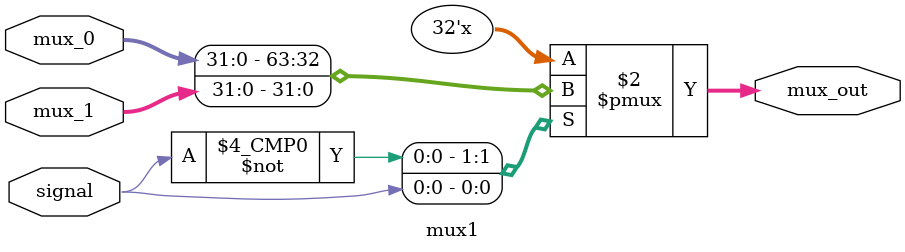
<source format=v>
module mux1(signal,mux_0,mux_1,mux_out)        ;


    input                 signal               ;
    input       [31:0]    mux_0                ;
    input       [31:0]    mux_1                ;

    output reg  [31:0]    mux_out              ;

always @(*) 
    begin
        case(signal)
        1'b0   :          mux_out<=mux_0       ;
        1'b1   :          mux_out<=mux_1       ;
        endcase
    end
endmodule


</source>
